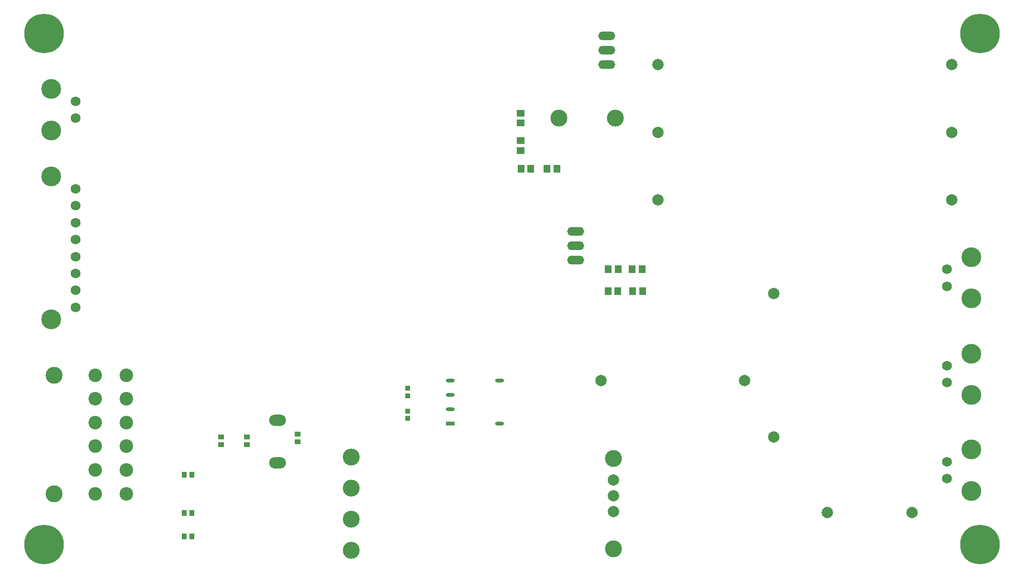
<source format=gbr>
%TF.GenerationSoftware,Altium Limited,Altium Designer,18.1.9 (240)*%
G04 Layer_Color=255*
%FSLAX26Y26*%
%MOIN*%
%TF.FileFunction,Pads,Bot*%
%TF.Part,Single*%
G01*
G75*
%TA.AperFunction,SMDPad,CuDef*%
%ADD17R,0.035433X0.039370*%
%ADD22R,0.037402X0.033465*%
%TA.AperFunction,ComponentPad*%
%ADD32C,0.118110*%
%ADD33C,0.094488*%
%TA.AperFunction,ViaPad*%
%ADD34C,0.275591*%
%TA.AperFunction,ComponentPad*%
%ADD35C,0.068898*%
%ADD36C,0.137795*%
%ADD37C,0.078740*%
%ADD38O,0.118110X0.059055*%
%ADD39O,0.118110X0.078740*%
%TA.AperFunction,SMDPad,CuDef*%
%ADD41R,0.053150X0.045276*%
%ADD42R,0.045276X0.053150*%
%ADD43O,0.061024X0.025591*%
%ADD44R,0.061024X0.025591*%
%ADD45R,0.039370X0.035433*%
D17*
X1223546Y253618D02*
D03*
X1170397D02*
D03*
X1170394Y683829D02*
D03*
X1223543D02*
D03*
Y417763D02*
D03*
X1170394D02*
D03*
D22*
X2725333Y1234252D02*
D03*
Y1285433D02*
D03*
X2725333Y1076772D02*
D03*
Y1127953D02*
D03*
D32*
X263779Y551181D02*
D03*
Y1377953D02*
D03*
X2332677Y807087D02*
D03*
Y590551D02*
D03*
Y374016D02*
D03*
Y157480D02*
D03*
X4158661Y797244D02*
D03*
Y167323D02*
D03*
X3779528Y3169291D02*
D03*
X4173228D02*
D03*
D33*
X767716Y1047244D02*
D03*
Y881890D02*
D03*
Y716535D02*
D03*
Y551181D02*
D03*
Y1212598D02*
D03*
X551181D02*
D03*
Y1047244D02*
D03*
Y881890D02*
D03*
Y716535D02*
D03*
Y551181D02*
D03*
Y1377953D02*
D03*
X767716D02*
D03*
D34*
X194390Y3759843D02*
D03*
Y196850D02*
D03*
X6712598Y3759843D02*
D03*
Y196850D02*
D03*
D35*
X413386Y1850394D02*
D03*
Y1968504D02*
D03*
Y2086614D02*
D03*
Y2204724D02*
D03*
Y2322835D02*
D03*
Y2440945D02*
D03*
Y2559055D02*
D03*
Y2677165D02*
D03*
Y3169291D02*
D03*
Y3287402D02*
D03*
X6483465Y2114768D02*
D03*
Y1996658D02*
D03*
Y1442913D02*
D03*
Y1324803D02*
D03*
Y773622D02*
D03*
Y655512D02*
D03*
D36*
X243307Y2761811D02*
D03*
Y1765748D02*
D03*
Y3372047D02*
D03*
Y3084646D02*
D03*
X6653543Y1912012D02*
D03*
Y2199413D02*
D03*
Y1240158D02*
D03*
Y1527559D02*
D03*
Y570866D02*
D03*
Y858268D02*
D03*
D37*
X5275591Y944882D02*
D03*
Y1944882D02*
D03*
X4074803Y1338583D02*
D03*
X5074803D02*
D03*
X5649606Y419291D02*
D03*
X6240158D02*
D03*
X4468504Y3543307D02*
D03*
X6515748D02*
D03*
Y3070866D02*
D03*
X4468504D02*
D03*
Y2598425D02*
D03*
X6515748D02*
D03*
X4158661Y644882D02*
D03*
Y536614D02*
D03*
Y427953D02*
D03*
D38*
X3897638Y2380394D02*
D03*
Y2280394D02*
D03*
Y2180394D02*
D03*
X4114173Y3541732D02*
D03*
Y3641732D02*
D03*
Y3741732D02*
D03*
D39*
X1820709Y1062992D02*
D03*
Y767716D02*
D03*
D41*
X3512765Y3203740D02*
D03*
Y3134843D02*
D03*
Y3011811D02*
D03*
Y2942913D02*
D03*
D42*
X3515718Y2814961D02*
D03*
X3584615D02*
D03*
X4124016Y2115394D02*
D03*
X4192913D02*
D03*
X4190941Y1963584D02*
D03*
X4122043D02*
D03*
X4363185D02*
D03*
X4294288D02*
D03*
X4291338Y2114768D02*
D03*
X4360236D02*
D03*
X3697599Y2814962D02*
D03*
X3766496D02*
D03*
D43*
X3366142Y1338583D02*
D03*
Y1038583D02*
D03*
X3023622Y1338583D02*
D03*
Y1238583D02*
D03*
Y1138583D02*
D03*
D44*
Y1038583D02*
D03*
D45*
X1958504Y913385D02*
D03*
Y966535D02*
D03*
X1606299Y894684D02*
D03*
Y947834D02*
D03*
X1425197Y894684D02*
D03*
Y947834D02*
D03*
%TF.MD5,c4887598223d51b9e8a8b433c0456ab3*%
M02*

</source>
